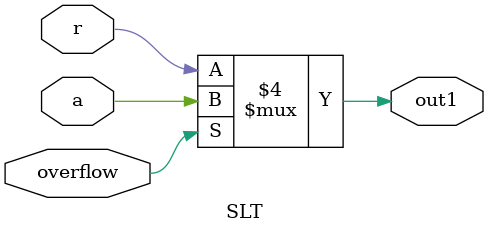
<source format=v>
`timescale 1ns / 1ps
module SLT(overflow, r, a, out1);
input overflow, r, a;
output reg out1;

always @ (overflow, r, a)
begin
	if(overflow==0)
		out1<=r;
	else
		out1<=a;
end

endmodule

</source>
